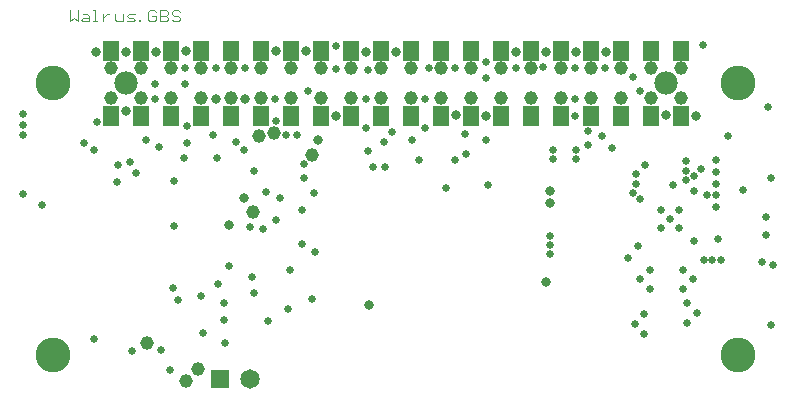
<source format=gbs>
G04 Layer_Color=8388736*
%FSLAX43Y43*%
%MOMM*%
G71*
G01*
G75*
%ADD58C,0.125*%
%ADD62C,0.800*%
%ADD63C,0.635*%
%ADD105C,2.950*%
%ADD106C,1.150*%
%ADD107C,1.650*%
%ADD108R,1.650X1.650*%
%ADD109C,1.980*%
%ADD110C,1.170*%
%ADD111R,1.420X1.800*%
D58*
X4900Y32750D02*
Y31750D01*
X5233Y32083D01*
X5566Y31750D01*
Y32750D01*
X6066Y32416D02*
X6400D01*
X6566Y32250D01*
Y31750D01*
X6066D01*
X5900Y31917D01*
X6066Y32083D01*
X6566D01*
X6899Y31750D02*
X7233D01*
X7066D01*
Y32750D01*
X6899D01*
X7732Y32416D02*
Y31750D01*
Y32083D01*
X7899Y32250D01*
X8066Y32416D01*
X8232D01*
X8732D02*
Y31917D01*
X8899Y31750D01*
X9399D01*
Y32416D01*
X9732Y31750D02*
X10232D01*
X10398Y31917D01*
X10232Y32083D01*
X9898D01*
X9732Y32250D01*
X9898Y32416D01*
X10398D01*
X10731Y31750D02*
Y31917D01*
X10898D01*
Y31750D01*
X10731D01*
X12231Y32583D02*
X12064Y32750D01*
X11731D01*
X11565Y32583D01*
Y31917D01*
X11731Y31750D01*
X12064D01*
X12231Y31917D01*
Y32250D01*
X11898D01*
X12564Y32750D02*
Y31750D01*
X13064D01*
X13231Y31917D01*
Y32083D01*
X13064Y32250D01*
X12564D01*
X13064D01*
X13231Y32416D01*
Y32583D01*
X13064Y32750D01*
X12564D01*
X14230Y32583D02*
X14064Y32750D01*
X13730D01*
X13564Y32583D01*
Y32416D01*
X13730Y32250D01*
X14064D01*
X14230Y32083D01*
Y31917D01*
X14064Y31750D01*
X13730D01*
X13564Y31917D01*
D62*
X45250Y9725D02*
D03*
X30250Y7725D02*
D03*
X25900Y21725D02*
D03*
X27450Y23775D02*
D03*
X12185Y29175D02*
D03*
X7095D02*
D03*
X9635D02*
D03*
X40125Y23785D02*
D03*
X37580Y23790D02*
D03*
X57905Y23785D02*
D03*
X55360Y23790D02*
D03*
X24885Y29225D02*
D03*
X22340Y29230D02*
D03*
X14725Y29225D02*
D03*
X45575Y16400D02*
D03*
Y17425D02*
D03*
X18400Y14525D02*
D03*
X19700Y16825D02*
D03*
X17275Y25200D02*
D03*
X19775D02*
D03*
X9650Y24175D02*
D03*
X29950Y29175D02*
D03*
X32500D02*
D03*
X42650D02*
D03*
X45200D02*
D03*
X47750D02*
D03*
X50275D02*
D03*
D63*
X60600Y22050D02*
D03*
X63500Y11400D02*
D03*
X21275Y14175D02*
D03*
X24600Y15825D02*
D03*
Y12875D02*
D03*
X27450Y27740D02*
D03*
X27475Y29700D02*
D03*
X20200Y14375D02*
D03*
X36725Y17675D02*
D03*
X11325Y21700D02*
D03*
X8975Y19600D02*
D03*
X13663Y9212D02*
D03*
X40325Y17925D02*
D03*
X49975Y22025D02*
D03*
X53175Y25825D02*
D03*
X45000Y27900D02*
D03*
X52625Y27025D02*
D03*
X52850Y18825D02*
D03*
X60025Y11575D02*
D03*
X47800Y20100D02*
D03*
X57075Y19900D02*
D03*
X56000Y17900D02*
D03*
X59300Y11575D02*
D03*
X58575D02*
D03*
X57750Y13175D02*
D03*
X52850Y18000D02*
D03*
X47800Y20900D02*
D03*
X48750Y22450D02*
D03*
X45800Y20900D02*
D03*
X57075Y19075D02*
D03*
X57050Y18300D02*
D03*
X53600Y19575D02*
D03*
X6150Y21500D02*
D03*
X7000Y20850D02*
D03*
X2525Y16250D02*
D03*
X23550Y10700D02*
D03*
X23425Y7400D02*
D03*
X21700Y6400D02*
D03*
X16175Y5400D02*
D03*
X24130Y22125D02*
D03*
X23250D02*
D03*
X20500Y19125D02*
D03*
X19625Y20875D02*
D03*
X33900Y21700D02*
D03*
X9975Y19825D02*
D03*
X53200Y16700D02*
D03*
X55750Y15000D02*
D03*
X55000Y14250D02*
D03*
X56500Y14250D02*
D03*
X56500Y15750D02*
D03*
X55000Y15750D02*
D03*
X59625Y16025D02*
D03*
Y17025D02*
D03*
Y18025D02*
D03*
X58850Y17025D02*
D03*
X45800Y20100D02*
D03*
X45575Y12100D02*
D03*
Y12850D02*
D03*
Y13600D02*
D03*
X59625Y20025D02*
D03*
Y19025D02*
D03*
X59825Y13325D02*
D03*
X64300Y6050D02*
D03*
X64000Y24525D02*
D03*
X14075Y8175D02*
D03*
X20500Y8750D02*
D03*
X18050Y4550D02*
D03*
X18400Y11075D02*
D03*
X13750Y14400D02*
D03*
X21500Y17300D02*
D03*
X22750Y16775D02*
D03*
X10175Y3850D02*
D03*
X25450Y8250D02*
D03*
X35300Y27800D02*
D03*
X32175Y22375D02*
D03*
X31550Y21550D02*
D03*
X30625Y19400D02*
D03*
X31625D02*
D03*
X47725Y23775D02*
D03*
X64300Y18475D02*
D03*
X19025Y21575D02*
D03*
X17050Y22150D02*
D03*
X52600Y17250D02*
D03*
X57725Y17400D02*
D03*
X61900Y17500D02*
D03*
X64425Y11125D02*
D03*
X58500Y29750D02*
D03*
X48825Y21275D02*
D03*
X12625Y3925D02*
D03*
X58375Y19300D02*
D03*
X57775Y18650D02*
D03*
X50850Y21000D02*
D03*
X14875Y21450D02*
D03*
Y22925D02*
D03*
X17400Y20225D02*
D03*
X22375Y14950D02*
D03*
X24750Y18500D02*
D03*
Y19650D02*
D03*
X12450Y21125D02*
D03*
X7175Y23275D02*
D03*
X975Y22175D02*
D03*
Y23025D02*
D03*
Y23875D02*
D03*
X925Y17150D02*
D03*
X8950Y18150D02*
D03*
X53020Y12750D02*
D03*
X53220Y9925D02*
D03*
X54045Y9100D02*
D03*
X54045Y10750D02*
D03*
X53570Y6950D02*
D03*
X53570Y5300D02*
D03*
X52745Y6125D02*
D03*
X57155Y6225D02*
D03*
X57155Y7875D02*
D03*
X57980Y7050D02*
D03*
X56865Y9100D02*
D03*
X56865Y10750D02*
D03*
X57690Y9925D02*
D03*
X22350Y23350D02*
D03*
X38350Y22250D02*
D03*
X40125Y21675D02*
D03*
X40150Y26950D02*
D03*
Y28300D02*
D03*
X30200Y27675D02*
D03*
X13376Y2251D02*
D03*
X6950Y4900D02*
D03*
X30200Y20800D02*
D03*
X34500Y20000D02*
D03*
X38500Y20500D02*
D03*
X37500Y20000D02*
D03*
X35025Y25225D02*
D03*
X29975D02*
D03*
X35025Y22725D02*
D03*
X29975D02*
D03*
X47725Y25225D02*
D03*
X22325D02*
D03*
X18000Y6500D02*
D03*
Y7900D02*
D03*
X20300Y10100D02*
D03*
X16000Y8500D02*
D03*
X17500Y9500D02*
D03*
X25700Y12200D02*
D03*
X25600Y17200D02*
D03*
X14600Y20200D02*
D03*
X63850Y15200D02*
D03*
Y13700D02*
D03*
X10500Y18900D02*
D03*
X13750Y18250D02*
D03*
X37550Y27775D02*
D03*
X42650D02*
D03*
X47725D02*
D03*
X50250D02*
D03*
X12150Y25225D02*
D03*
Y26475D02*
D03*
X14650D02*
D03*
X14700Y27775D02*
D03*
X17250D02*
D03*
X19775D02*
D03*
X25100Y25900D02*
D03*
X52200Y11725D02*
D03*
D105*
X3500Y26500D02*
D03*
X61500D02*
D03*
X61500Y3500D02*
D03*
X3500D02*
D03*
D106*
X20400Y15600D02*
D03*
X11450Y4550D02*
D03*
X14725Y1275D02*
D03*
X15750Y2350D02*
D03*
X25400Y20450D02*
D03*
X20925Y22025D02*
D03*
X22175Y22325D02*
D03*
D107*
X20140Y1500D02*
D03*
D108*
X17600D02*
D03*
D109*
X55360Y26500D02*
D03*
X9640D02*
D03*
D110*
X8370Y27770D02*
D03*
Y25230D02*
D03*
X10910D02*
D03*
Y27770D02*
D03*
X13450Y25230D02*
D03*
Y27770D02*
D03*
X15990Y25230D02*
D03*
Y27770D02*
D03*
X18530Y25230D02*
D03*
Y27770D02*
D03*
X21070Y25230D02*
D03*
Y27770D02*
D03*
X23610Y25230D02*
D03*
Y27770D02*
D03*
X26150Y25230D02*
D03*
Y27770D02*
D03*
X28690Y25230D02*
D03*
Y27770D02*
D03*
X31230Y25230D02*
D03*
Y27770D02*
D03*
X33770Y25230D02*
D03*
Y27770D02*
D03*
X36310Y25230D02*
D03*
Y27770D02*
D03*
X38850Y25230D02*
D03*
Y27770D02*
D03*
X41390Y25230D02*
D03*
Y27770D02*
D03*
X43930Y25230D02*
D03*
Y27770D02*
D03*
X46470Y25230D02*
D03*
Y27770D02*
D03*
X49010Y25230D02*
D03*
Y27770D02*
D03*
X51550Y25230D02*
D03*
Y27770D02*
D03*
X54090Y25230D02*
D03*
Y27770D02*
D03*
X56630Y25230D02*
D03*
Y27770D02*
D03*
D111*
Y29235D02*
D03*
Y23765D02*
D03*
X54090Y29235D02*
D03*
Y23765D02*
D03*
X51550Y29235D02*
D03*
Y23765D02*
D03*
X49010Y29235D02*
D03*
Y23765D02*
D03*
X46470Y29235D02*
D03*
Y23765D02*
D03*
X43930Y29235D02*
D03*
Y23765D02*
D03*
X41390Y29235D02*
D03*
Y23765D02*
D03*
X38850Y29235D02*
D03*
Y23765D02*
D03*
X36310Y29235D02*
D03*
Y23765D02*
D03*
X33770Y29235D02*
D03*
Y23765D02*
D03*
X31230Y29235D02*
D03*
Y23765D02*
D03*
X28690Y29235D02*
D03*
Y23765D02*
D03*
X26150Y29235D02*
D03*
Y23765D02*
D03*
X23610Y29235D02*
D03*
Y23765D02*
D03*
X21070Y29235D02*
D03*
Y23765D02*
D03*
X18530Y29235D02*
D03*
Y23765D02*
D03*
X15990Y29235D02*
D03*
Y23765D02*
D03*
X13450Y29235D02*
D03*
Y23765D02*
D03*
X10910Y29235D02*
D03*
Y23765D02*
D03*
X8370D02*
D03*
Y29235D02*
D03*
M02*

</source>
